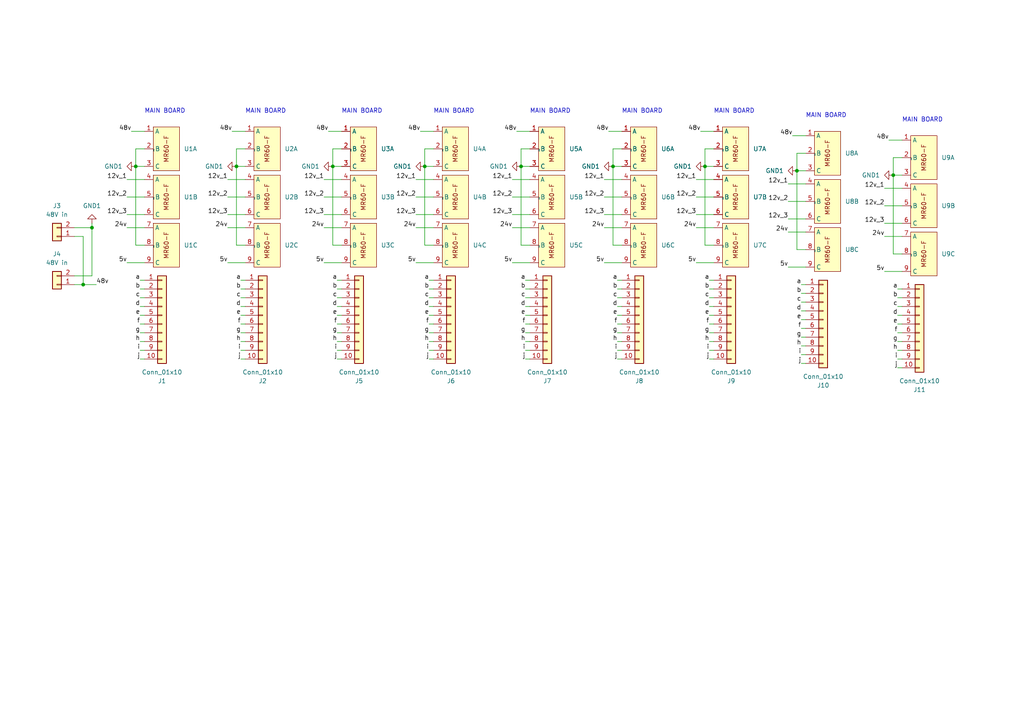
<source format=kicad_sch>
(kicad_sch (version 20230121) (generator eeschema)
  (paper "A4")
  (lib_symbols
    (symbol "2024-backplane:MR60-F_X3"
      (property "Reference" "U" (at 0.3556 9.3726 0))
      (symbol "MR60-F_X3_1_1"
        (rectangle (start -6.35 7.62) (end 6.35 0) (fill (type background)))
        (text "MR60-F\n" (at 0 3.81 0) (effects (font (size 1.27 1.27))))
        (pin bidirectional line (at -5.08 -2.54 90) (length 2.54) (name "A") (number "1"))
        (pin bidirectional line (at 0 -2.54 90) (length 2.54) (name "B") (number "2"))
        (pin bidirectional line (at 5.08 -2.54 90) (length 2.54) (name "C") (number "3"))
      )
      (symbol "MR60-F_X3_2_1"
        (rectangle (start -6.35 7.62) (end 6.35 0) (fill (type background)))
        (text "MR60-F\n" (at 0 3.81 0) (effects (font (size 1.27 1.27))))
        (pin bidirectional line (at -5.08 -2.54 90) (length 2.54) (name "A") (number "4"))
        (pin bidirectional line (at 0 -2.54 90) (length 2.54) (name "B") (number "5"))
        (pin bidirectional line (at 5.08 -2.54 90) (length 2.54) (name "C") (number "6"))
      )
      (symbol "MR60-F_X3_3_1"
        (rectangle (start -6.35 7.62) (end 6.35 0) (fill (type background)))
        (text "MR60-F\n" (at 0 3.81 0) (effects (font (size 1.27 1.27))))
        (pin bidirectional line (at -5.08 -2.54 90) (length 2.54) (name "A") (number "7"))
        (pin bidirectional line (at 0 -2.54 90) (length 2.54) (name "B") (number "8"))
        (pin bidirectional line (at 5.08 -2.54 90) (length 2.54) (name "C") (number "9"))
      )
    )
    (symbol "Connector_Generic:Conn_01x02" (pin_names (offset 1.016) hide)
      (property "Reference" "J" (at 0 2.54 0))
      (property "Value" "Conn_01x02" (at 0 -5.08 0))
      (symbol "Conn_01x02_1_1"
        (rectangle (start -1.27 -2.413) (end 0 -2.667) (stroke (width 0.1524)))
        (rectangle (start -1.27 0.127) (end 0 -0.127) (stroke (width 0.1524)))
        (rectangle (start -1.27 1.27) (end 1.27 -3.81) (stroke (width 0.254)) (fill (type background)))
        (pin passive line (at -5.08 0 0) (length 3.81) (name "Pin_1") (number "1"))
        (pin passive line (at -5.08 -2.54 0) (length 3.81) (name "Pin_2") (number "2"))
      )
    )
    (symbol "Connector_Generic:Conn_01x10" (pin_names (offset 1.016) hide)
      (property "Reference" "J" (at 0 12.7 0))
      (property "Value" "Conn_01x10" (at 0 -15.24 0))
      (symbol "Conn_01x10_1_1"
        (rectangle (start -1.27 -12.573) (end 0 -12.827) (stroke (width 0.1524)))
        (rectangle (start -1.27 -10.033) (end 0 -10.287) (stroke (width 0.1524)))
        (rectangle (start -1.27 -7.493) (end 0 -7.747) (stroke (width 0.1524)))
        (rectangle (start -1.27 -4.953) (end 0 -5.207) (stroke (width 0.1524)))
        (rectangle (start -1.27 -2.413) (end 0 -2.667) (stroke (width 0.1524)))
        (rectangle (start -1.27 0.127) (end 0 -0.127) (stroke (width 0.1524)))
        (rectangle (start -1.27 2.667) (end 0 2.413) (stroke (width 0.1524)))
        (rectangle (start -1.27 5.207) (end 0 4.953) (stroke (width 0.1524)))
        (rectangle (start -1.27 7.747) (end 0 7.493) (stroke (width 0.1524)))
        (rectangle (start -1.27 10.287) (end 0 10.033) (stroke (width 0.1524)))
        (rectangle (start -1.27 11.43) (end 1.27 -13.97) (stroke (width 0.254)) (fill (type background)))
        (pin passive line (at -5.08 10.16 0) (length 3.81) (name "Pin_1") (number "1"))
        (pin passive line (at -5.08 -12.7 0) (length 3.81) (name "Pin_10") (number "10"))
        (pin passive line (at -5.08 7.62 0) (length 3.81) (name "Pin_2") (number "2"))
        (pin passive line (at -5.08 5.08 0) (length 3.81) (name "Pin_3") (number "3"))
        (pin passive line (at -5.08 2.54 0) (length 3.81) (name "Pin_4") (number "4"))
        (pin passive line (at -5.08 0 0) (length 3.81) (name "Pin_5") (number "5"))
        (pin passive line (at -5.08 -2.54 0) (length 3.81) (name "Pin_6") (number "6"))
        (pin passive line (at -5.08 -5.08 0) (length 3.81) (name "Pin_7") (number "7"))
        (pin passive line (at -5.08 -7.62 0) (length 3.81) (name "Pin_8") (number "8"))
        (pin passive line (at -5.08 -10.16 0) (length 3.81) (name "Pin_9") (number "9"))
      )
    )
    (symbol "power:GND1" (power) (pin_names (offset 0))
      (property "Value" "GND1" (at 0 -3.81 0))
      (symbol "GND1_0_1"
        (polyline (pts (xy 0 0) (xy 0 -1.27) (xy 1.27 -1.27) (xy 0 -2.54) (xy -1.27 -1.27) (xy 0 -1.27)))
      )
      (symbol "GND1_1_1"
        (pin power_in line (at 0 0 270) (length 0) hide (name "GND1") (number "1"))
      )
    )
  )
  (junction (at 204.47 48.26))
  (junction (at 26.67 66.04))
  (junction (at 68.58 48.26))
  (junction (at 39.37 48.26))
  (junction (at 259.08 50.8))
  (junction (at 96.52 48.26))
  (junction (at 151.13 48.26))
  (junction (at 123.19 48.26))
  (junction (at 177.8 48.26))
  (junction (at 24.13 82.55))
  (junction (at 231.14 49.53))
  (wire (pts (xy 205.74 96.52) (xy 207.01 96.52)))
  (wire (pts (xy 151.13 48.26) (xy 153.67 48.26)))
  (wire (pts (xy 124.46 99.06) (xy 125.73 99.06)))
  (wire (pts (xy 93.98 66.04) (xy 99.06 66.04)))
  (wire (pts (xy 228.6 58.42) (xy 233.68 58.42)))
  (wire (pts (xy 179.07 99.06) (xy 180.34 99.06)))
  (wire (pts (xy 204.47 71.12) (xy 204.47 48.26)))
  (wire (pts (xy 229.87 39.37) (xy 233.68 39.37)))
  (wire (pts (xy 260.35 104.14) (xy 261.62 104.14)))
  (wire (pts (xy 97.79 88.9) (xy 99.06 88.9)))
  (wire (pts (xy 201.93 57.15) (xy 207.01 57.15)))
  (wire (pts (xy 260.35 106.68) (xy 261.62 106.68)))
  (wire (pts (xy 180.34 71.12) (xy 177.8 71.12)))
  (wire (pts (xy 125.73 43.18) (xy 123.19 43.18)))
  (wire (pts (xy 205.74 99.06) (xy 207.01 99.06)))
  (wire (pts (xy 69.85 81.28) (xy 71.12 81.28)))
  (wire (pts (xy 40.64 101.6) (xy 41.91 101.6)))
  (wire (pts (xy 152.4 93.98) (xy 153.67 93.98)))
  (wire (pts (xy 232.41 92.71) (xy 233.68 92.71)))
  (wire (pts (xy 124.46 91.44) (xy 125.73 91.44)))
  (wire (pts (xy 205.74 93.98) (xy 207.01 93.98)))
  (wire (pts (xy 179.07 91.44) (xy 180.34 91.44)))
  (wire (pts (xy 39.37 48.26) (xy 41.91 48.26)))
  (wire (pts (xy 123.19 48.26) (xy 125.73 48.26)))
  (wire (pts (xy 205.74 81.28) (xy 207.01 81.28)))
  (wire (pts (xy 201.93 66.04) (xy 207.01 66.04)))
  (wire (pts (xy 205.74 88.9) (xy 207.01 88.9)))
  (wire (pts (xy 24.13 68.58) (xy 24.13 82.55)))
  (wire (pts (xy 26.67 64.77) (xy 26.67 66.04)))
  (wire (pts (xy 124.46 83.82) (xy 125.73 83.82)))
  (wire (pts (xy 205.74 91.44) (xy 207.01 91.44)))
  (wire (pts (xy 97.79 83.82) (xy 99.06 83.82)))
  (wire (pts (xy 260.35 91.44) (xy 261.62 91.44)))
  (wire (pts (xy 232.41 105.41) (xy 233.68 105.41)))
  (wire (pts (xy 201.93 52.07) (xy 207.01 52.07)))
  (wire (pts (xy 204.47 48.26) (xy 207.01 48.26)))
  (wire (pts (xy 233.68 72.39) (xy 231.14 72.39)))
  (wire (pts (xy 261.62 45.72) (xy 259.08 45.72)))
  (wire (pts (xy 40.64 99.06) (xy 41.91 99.06)))
  (wire (pts (xy 205.74 86.36) (xy 207.01 86.36)))
  (wire (pts (xy 232.41 85.09) (xy 233.68 85.09)))
  (wire (pts (xy 39.37 71.12) (xy 39.37 48.26)))
  (wire (pts (xy 121.92 38.1) (xy 125.73 38.1)))
  (wire (pts (xy 38.1 38.1) (xy 41.91 38.1)))
  (wire (pts (xy 69.85 101.6) (xy 71.12 101.6)))
  (wire (pts (xy 231.14 44.45) (xy 231.14 49.53)))
  (wire (pts (xy 123.19 43.18) (xy 123.19 48.26)))
  (wire (pts (xy 66.04 57.15) (xy 71.12 57.15)))
  (wire (pts (xy 260.35 86.36) (xy 261.62 86.36)))
  (wire (pts (xy 259.08 50.8) (xy 261.62 50.8)))
  (wire (pts (xy 93.98 62.23) (xy 99.06 62.23)))
  (wire (pts (xy 97.79 101.6) (xy 99.06 101.6)))
  (wire (pts (xy 201.93 62.23) (xy 207.01 62.23)))
  (wire (pts (xy 66.04 52.07) (xy 71.12 52.07)))
  (wire (pts (xy 124.46 81.28) (xy 125.73 81.28)))
  (wire (pts (xy 177.8 43.18) (xy 177.8 48.26)))
  (wire (pts (xy 152.4 99.06) (xy 153.67 99.06)))
  (wire (pts (xy 179.07 104.14) (xy 180.34 104.14)))
  (wire (pts (xy 96.52 43.18) (xy 96.52 48.26)))
  (wire (pts (xy 260.35 93.98) (xy 261.62 93.98)))
  (wire (pts (xy 148.59 62.23) (xy 153.67 62.23)))
  (wire (pts (xy 123.19 71.12) (xy 123.19 48.26)))
  (wire (pts (xy 179.07 86.36) (xy 180.34 86.36)))
  (wire (pts (xy 176.53 38.1) (xy 180.34 38.1)))
  (wire (pts (xy 228.6 63.5) (xy 233.68 63.5)))
  (wire (pts (xy 201.93 76.2) (xy 207.01 76.2)))
  (wire (pts (xy 232.41 97.79) (xy 233.68 97.79)))
  (wire (pts (xy 40.64 81.28) (xy 41.91 81.28)))
  (wire (pts (xy 151.13 71.12) (xy 151.13 48.26)))
  (wire (pts (xy 41.91 43.18) (xy 39.37 43.18)))
  (wire (pts (xy 256.54 78.74) (xy 261.62 78.74)))
  (wire (pts (xy 233.68 44.45) (xy 231.14 44.45)))
  (wire (pts (xy 152.4 83.82) (xy 153.67 83.82)))
  (wire (pts (xy 204.47 43.18) (xy 204.47 48.26)))
  (wire (pts (xy 151.13 43.18) (xy 151.13 48.26)))
  (wire (pts (xy 96.52 48.26) (xy 99.06 48.26)))
  (wire (pts (xy 228.6 67.31) (xy 233.68 67.31)))
  (wire (pts (xy 124.46 104.14) (xy 125.73 104.14)))
  (wire (pts (xy 232.41 100.33) (xy 233.68 100.33)))
  (wire (pts (xy 66.04 76.2) (xy 71.12 76.2)))
  (wire (pts (xy 207.01 43.18) (xy 204.47 43.18)))
  (wire (pts (xy 152.4 96.52) (xy 153.67 96.52)))
  (wire (pts (xy 256.54 64.77) (xy 261.62 64.77)))
  (wire (pts (xy 71.12 43.18) (xy 68.58 43.18)))
  (wire (pts (xy 26.67 80.01) (xy 26.67 66.04)))
  (wire (pts (xy 40.64 96.52) (xy 41.91 96.52)))
  (wire (pts (xy 24.13 82.55) (xy 27.94 82.55)))
  (wire (pts (xy 260.35 83.82) (xy 261.62 83.82)))
  (wire (pts (xy 69.85 91.44) (xy 71.12 91.44)))
  (wire (pts (xy 228.6 77.47) (xy 233.68 77.47)))
  (wire (pts (xy 256.54 59.69) (xy 261.62 59.69)))
  (wire (pts (xy 120.65 76.2) (xy 125.73 76.2)))
  (wire (pts (xy 179.07 101.6) (xy 180.34 101.6)))
  (wire (pts (xy 152.4 88.9) (xy 153.67 88.9)))
  (wire (pts (xy 40.64 93.98) (xy 41.91 93.98)))
  (wire (pts (xy 260.35 88.9) (xy 261.62 88.9)))
  (wire (pts (xy 40.64 86.36) (xy 41.91 86.36)))
  (wire (pts (xy 67.31 38.1) (xy 71.12 38.1)))
  (wire (pts (xy 148.59 52.07) (xy 153.67 52.07)))
  (wire (pts (xy 36.83 66.04) (xy 41.91 66.04)))
  (wire (pts (xy 260.35 101.6) (xy 261.62 101.6)))
  (wire (pts (xy 152.4 101.6) (xy 153.67 101.6)))
  (wire (pts (xy 124.46 88.9) (xy 125.73 88.9)))
  (wire (pts (xy 232.41 95.25) (xy 233.68 95.25)))
  (wire (pts (xy 39.37 43.18) (xy 39.37 48.26)))
  (wire (pts (xy 124.46 93.98) (xy 125.73 93.98)))
  (wire (pts (xy 69.85 83.82) (xy 71.12 83.82)))
  (wire (pts (xy 95.25 38.1) (xy 99.06 38.1)))
  (wire (pts (xy 125.73 71.12) (xy 123.19 71.12)))
  (wire (pts (xy 124.46 86.36) (xy 125.73 86.36)))
  (wire (pts (xy 179.07 93.98) (xy 180.34 93.98)))
  (wire (pts (xy 68.58 48.26) (xy 71.12 48.26)))
  (wire (pts (xy 68.58 71.12) (xy 68.58 48.26)))
  (wire (pts (xy 97.79 96.52) (xy 99.06 96.52)))
  (wire (pts (xy 180.34 43.18) (xy 177.8 43.18)))
  (wire (pts (xy 97.79 99.06) (xy 99.06 99.06)))
  (wire (pts (xy 179.07 83.82) (xy 180.34 83.82)))
  (wire (pts (xy 21.59 68.58) (xy 24.13 68.58)))
  (wire (pts (xy 36.83 57.15) (xy 41.91 57.15)))
  (wire (pts (xy 124.46 96.52) (xy 125.73 96.52)))
  (wire (pts (xy 69.85 96.52) (xy 71.12 96.52)))
  (wire (pts (xy 232.41 87.63) (xy 233.68 87.63)))
  (wire (pts (xy 231.14 49.53) (xy 233.68 49.53)))
  (wire (pts (xy 232.41 102.87) (xy 233.68 102.87)))
  (wire (pts (xy 69.85 88.9) (xy 71.12 88.9)))
  (wire (pts (xy 175.26 52.07) (xy 180.34 52.07)))
  (wire (pts (xy 175.26 76.2) (xy 180.34 76.2)))
  (wire (pts (xy 120.65 66.04) (xy 125.73 66.04)))
  (wire (pts (xy 205.74 104.14) (xy 207.01 104.14)))
  (wire (pts (xy 232.41 82.55) (xy 233.68 82.55)))
  (wire (pts (xy 232.41 90.17) (xy 233.68 90.17)))
  (wire (pts (xy 205.74 101.6) (xy 207.01 101.6)))
  (wire (pts (xy 259.08 45.72) (xy 259.08 50.8)))
  (wire (pts (xy 260.35 96.52) (xy 261.62 96.52)))
  (wire (pts (xy 261.62 73.66) (xy 259.08 73.66)))
  (wire (pts (xy 153.67 71.12) (xy 151.13 71.12)))
  (wire (pts (xy 69.85 93.98) (xy 71.12 93.98)))
  (wire (pts (xy 148.59 66.04) (xy 153.67 66.04)))
  (wire (pts (xy 40.64 83.82) (xy 41.91 83.82)))
  (wire (pts (xy 97.79 93.98) (xy 99.06 93.98)))
  (wire (pts (xy 177.8 48.26) (xy 180.34 48.26)))
  (wire (pts (xy 152.4 81.28) (xy 153.67 81.28)))
  (wire (pts (xy 175.26 62.23) (xy 180.34 62.23)))
  (wire (pts (xy 148.59 76.2) (xy 153.67 76.2)))
  (wire (pts (xy 152.4 86.36) (xy 153.67 86.36)))
  (wire (pts (xy 21.59 80.01) (xy 26.67 80.01)))
  (wire (pts (xy 97.79 81.28) (xy 99.06 81.28)))
  (wire (pts (xy 68.58 43.18) (xy 68.58 48.26)))
  (wire (pts (xy 69.85 99.06) (xy 71.12 99.06)))
  (wire (pts (xy 66.04 66.04) (xy 71.12 66.04)))
  (wire (pts (xy 256.54 68.58) (xy 261.62 68.58)))
  (wire (pts (xy 97.79 91.44) (xy 99.06 91.44)))
  (wire (pts (xy 179.07 96.52) (xy 180.34 96.52)))
  (wire (pts (xy 97.79 104.14) (xy 99.06 104.14)))
  (wire (pts (xy 175.26 57.15) (xy 180.34 57.15)))
  (wire (pts (xy 152.4 91.44) (xy 153.67 91.44)))
  (wire (pts (xy 26.67 66.04) (xy 21.59 66.04)))
  (wire (pts (xy 260.35 99.06) (xy 261.62 99.06)))
  (wire (pts (xy 99.06 71.12) (xy 96.52 71.12)))
  (wire (pts (xy 228.6 53.34) (xy 233.68 53.34)))
  (wire (pts (xy 40.64 88.9) (xy 41.91 88.9)))
  (wire (pts (xy 207.01 71.12) (xy 204.47 71.12)))
  (wire (pts (xy 93.98 52.07) (xy 99.06 52.07)))
  (wire (pts (xy 179.07 88.9) (xy 180.34 88.9)))
  (wire (pts (xy 96.52 71.12) (xy 96.52 48.26)))
  (wire (pts (xy 69.85 104.14) (xy 71.12 104.14)))
  (wire (pts (xy 120.65 57.15) (xy 125.73 57.15)))
  (wire (pts (xy 120.65 52.07) (xy 125.73 52.07)))
  (wire (pts (xy 36.83 76.2) (xy 41.91 76.2)))
  (wire (pts (xy 177.8 71.12) (xy 177.8 48.26)))
  (wire (pts (xy 152.4 104.14) (xy 153.67 104.14)))
  (wire (pts (xy 148.59 57.15) (xy 153.67 57.15)))
  (wire (pts (xy 120.65 62.23) (xy 125.73 62.23)))
  (wire (pts (xy 149.86 38.1) (xy 153.67 38.1)))
  (wire (pts (xy 99.06 43.18) (xy 96.52 43.18)))
  (wire (pts (xy 40.64 104.14) (xy 41.91 104.14)))
  (wire (pts (xy 256.54 54.61) (xy 261.62 54.61)))
  (wire (pts (xy 97.79 86.36) (xy 99.06 86.36)))
  (wire (pts (xy 41.91 71.12) (xy 39.37 71.12)))
  (wire (pts (xy 205.74 83.82) (xy 207.01 83.82)))
  (wire (pts (xy 71.12 71.12) (xy 68.58 71.12)))
  (wire (pts (xy 36.83 62.23) (xy 41.91 62.23)))
  (wire (pts (xy 257.81 40.64) (xy 261.62 40.64)))
  (wire (pts (xy 66.04 62.23) (xy 71.12 62.23)))
  (wire (pts (xy 231.14 72.39) (xy 231.14 49.53)))
  (wire (pts (xy 124.46 101.6) (xy 125.73 101.6)))
  (wire (pts (xy 93.98 76.2) (xy 99.06 76.2)))
  (wire (pts (xy 69.85 86.36) (xy 71.12 86.36)))
  (wire (pts (xy 179.07 81.28) (xy 180.34 81.28)))
  (wire (pts (xy 203.2 38.1) (xy 207.01 38.1)))
  (wire (pts (xy 93.98 57.15) (xy 99.06 57.15)))
  (wire (pts (xy 153.67 43.18) (xy 151.13 43.18)))
  (wire (pts (xy 40.64 91.44) (xy 41.91 91.44)))
  (wire (pts (xy 259.08 73.66) (xy 259.08 50.8)))
  (wire (pts (xy 175.26 66.04) (xy 180.34 66.04)))
  (wire (pts (xy 36.83 52.07) (xy 41.91 52.07)))
  (wire (pts (xy 24.13 82.55) (xy 21.59 82.55)))
  (text "MAIN BOARD" (at 71.12 33.02 0) (effects (font (size 1.27 1.27)) (justify left bottom)))
  (text "MAIN BOARD" (at 233.68 34.29 0) (effects (font (size 1.27 1.27)) (justify left bottom)))
  (text "MAIN BOARD" (at 153.67 33.02 0) (effects (font (size 1.27 1.27)) (justify left bottom)))
  (text "MAIN BOARD" (at 207.01 33.02 0) (effects (font (size 1.27 1.27)) (justify left bottom)))
  (text "MAIN BOARD" (at 125.73 33.02 0) (effects (font (size 1.27 1.27)) (justify left bottom)))
  (text "MAIN BOARD" (at 41.91 33.02 0) (effects (font (size 1.27 1.27)) (justify left bottom)))
  (text "MAIN BOARD" (at 180.34 33.02 0) (effects (font (size 1.27 1.27)) (justify left bottom)))
  (text "MAIN BOARD" (at 99.06 33.02 0) (effects (font (size 1.27 1.27)) (justify left bottom)))
  (text "MAIN BOARD" (at 261.62 35.56 0) (effects (font (size 1.27 1.27)) (justify left bottom)))
  (label "e" (at 232.41 92.71 180))
  (label "24v" (at 66.04 66.04 180))
  (label "j" (at 205.74 104.14 180))
  (label "f" (at 152.4 93.98 180))
  (label "c" (at 152.4 86.36 180))
  (label "f" (at 232.41 95.25 180))
  (label "i" (at 40.64 101.6 180))
  (label "f" (at 260.35 96.52 180))
  (label "c" (at 260.35 88.9 180))
  (label "12v_1" (at 201.93 52.07 180))
  (label "48v" (at 257.81 40.64 180))
  (label "i" (at 124.46 101.6 180))
  (label "12v_3" (at 228.6 63.5 180))
  (label "12v_2" (at 175.26 57.15 180))
  (label "12v_2" (at 256.54 59.69 180))
  (label "b" (at 205.74 83.82 180))
  (label "j" (at 232.41 105.41 180))
  (label "d" (at 40.64 88.9 180))
  (label "j" (at 152.4 104.14 180))
  (label "12v_3" (at 93.98 62.23 180))
  (label "g" (at 40.64 96.52 180))
  (label "12v_2" (at 148.59 57.15 180))
  (label "24v" (at 36.83 66.04 180))
  (label "a" (at 260.35 83.82 180))
  (label "12v_1" (at 66.04 52.07 180))
  (label "d" (at 232.41 90.17 180))
  (label "24v" (at 175.26 66.04 180))
  (label "b" (at 152.4 83.82 180))
  (label "b" (at 124.46 83.82 180))
  (label "48v" (at 176.53 38.1 180))
  (label "f" (at 124.46 93.98 180))
  (label "h" (at 124.46 99.06 180))
  (label "f" (at 179.07 93.98 180))
  (label "i" (at 260.35 104.14 180))
  (label "12v_1" (at 148.59 52.07 180))
  (label "c" (at 232.41 87.63 180))
  (label "12v_3" (at 175.26 62.23 180))
  (label "c" (at 97.79 86.36 180))
  (label "12v_2" (at 66.04 57.15 180))
  (label "g" (at 179.07 96.52 180))
  (label "24v" (at 120.65 66.04 180))
  (label "a" (at 179.07 81.28 180))
  (label "c" (at 124.46 86.36 180))
  (label "a" (at 40.64 81.28 180))
  (label "c" (at 179.07 86.36 180))
  (label "a" (at 124.46 81.28 180))
  (label "24v" (at 201.93 66.04 180))
  (label "i" (at 69.85 101.6 180))
  (label "c" (at 69.85 86.36 180))
  (label "24v" (at 93.98 66.04 180))
  (label "24v" (at 148.59 66.04 180))
  (label "12v_2" (at 201.93 57.15 180))
  (label "g" (at 124.46 96.52 180))
  (label "12v_1" (at 93.98 52.07 180))
  (label "24v" (at 228.6 67.31 180))
  (label "i" (at 179.07 101.6 180))
  (label "b" (at 40.64 83.82 180))
  (label "24v" (at 256.54 68.58 180))
  (label "j" (at 260.35 106.68 180))
  (label "c" (at 205.74 86.36 180))
  (label "12v_2" (at 36.83 57.15 180))
  (label "5v" (at 201.93 76.2 180))
  (label "48v" (at 203.2 38.1 180))
  (label "g" (at 152.4 96.52 180))
  (label "48v" (at 121.92 38.1 180))
  (label "a" (at 69.85 81.28 180))
  (label "5v" (at 120.65 76.2 180))
  (label "j" (at 124.46 104.14 180))
  (label "f" (at 205.74 93.98 180))
  (label "e" (at 205.74 91.44 180))
  (label "12v_1" (at 175.26 52.07 180))
  (label "j" (at 40.64 104.14 180))
  (label "c" (at 40.64 86.36 180))
  (label "12v_1" (at 228.6 53.34 180))
  (label "d" (at 152.4 88.9 180))
  (label "e" (at 152.4 91.44 180))
  (label "12v_3" (at 36.83 62.23 180))
  (label "h" (at 97.79 99.06 180))
  (label "5v" (at 228.6 77.47 180))
  (label "48v" (at 95.25 38.1 180))
  (label "12v_1" (at 36.83 52.07 180))
  (label "b" (at 179.07 83.82 180))
  (label "5v" (at 36.83 76.2 180))
  (label "48v" (at 229.87 39.37 180))
  (label "5v" (at 93.98 76.2 180))
  (label "12v_1" (at 256.54 54.61 180))
  (label "a" (at 152.4 81.28 180))
  (label "e" (at 97.79 91.44 180))
  (label "d" (at 179.07 88.9 180))
  (label "a" (at 205.74 81.28 180))
  (label "12v_2" (at 93.98 57.15 180))
  (label "e" (at 260.35 93.98 180))
  (label "d" (at 260.35 91.44 180))
  (label "j" (at 97.79 104.14 180))
  (label "i" (at 152.4 101.6 180))
  (label "12v_2" (at 228.6 58.42 180))
  (label "48v" (at 149.86 38.1 180))
  (label "d" (at 69.85 88.9 180))
  (label "b" (at 260.35 86.36 180))
  (label "f" (at 69.85 93.98 180))
  (label "b" (at 69.85 83.82 180))
  (label "g" (at 260.35 99.06 180))
  (label "48v" (at 38.1 38.1 180))
  (label "12v_3" (at 66.04 62.23 180))
  (label "e" (at 69.85 91.44 180))
  (label "e" (at 124.46 91.44 180))
  (label "12v_3" (at 201.93 62.23 180))
  (label "e" (at 40.64 91.44 180))
  (label "b" (at 232.41 85.09 180))
  (label "e" (at 179.07 91.44 180))
  (label "h" (at 40.64 99.06 180))
  (label "48v" (at 27.94 82.55 0))
  (label "i" (at 97.79 101.6 180))
  (label "12v_3" (at 120.65 62.23 180))
  (label "j" (at 179.07 104.14 180))
  (label "d" (at 97.79 88.9 180))
  (label "12v_1" (at 120.65 52.07 180))
  (label "j" (at 69.85 104.14 180))
  (label "h" (at 179.07 99.06 180))
  (label "h" (at 232.41 100.33 180))
  (label "d" (at 205.74 88.9 180))
  (label "h" (at 260.35 101.6 180))
  (label "5v" (at 256.54 78.74 180))
  (label "h" (at 205.74 99.06 180))
  (label "g" (at 205.74 96.52 180))
  (label "12v_2" (at 120.65 57.15 180))
  (label "12v_3" (at 256.54 64.77 180))
  (label "b" (at 97.79 83.82 180))
  (label "12v_3" (at 148.59 62.23 180))
  (label "d" (at 124.46 88.9 180))
  (label "i" (at 232.41 102.87 180))
  (label "h" (at 152.4 99.06 180))
  (label "g" (at 232.41 97.79 180))
  (label "a" (at 232.41 82.55 180))
  (label "f" (at 97.79 93.98 180))
  (label "48v" (at 67.31 38.1 180))
  (label "5v" (at 66.04 76.2 180))
  (label "5v" (at 148.59 76.2 180))
  (label "i" (at 205.74 101.6 180))
  (label "g" (at 69.85 96.52 180))
  (label "a" (at 97.79 81.28 180))
  (label "f" (at 40.64 93.98 180))
  (label "5v" (at 175.26 76.2 180))
  (label "h" (at 69.85 99.06 180))
  (label "g" (at 97.79 96.52 180))
  (symbol (lib_id "2024-backplane:MR60-F_X3") (at 236.22 58.42 270) (unit 2)
    (property "Reference" "U8" (at 245.11 58.42 90) (effects (justify left)))
    (property "Value" "~" (at 236.3724 58.7502 0))
    (property "Footprint" "2024-backplane:MR60-F_X3" (effects hide))
  )
  (symbol (lib_id "2024-backplane:MR60-F_X3") (at 156.21 71.12 270) (unit 3)
    (property "Reference" "U5" (at 165.1 71.12 90) (effects (justify left)))
    (property "Value" "~" (at 156.3624 71.4502 0))
    (property "Footprint" "2024-backplane:MR60-F_X3" (effects hide))
  )
  (symbol (lib_id "Connector_Generic:Conn_01x02") (at 16.51 68.58 180) (unit 1)
    (property "Reference" "J3" (at 16.51 59.69 0))
    (property "Value" "48V in" (at 16.51 62.23 0))
    (property "Footprint" "2024-backplane:AMASS_XT90PW-M_MOD_NUMS" (effects hide))
  )
  (symbol (lib_id "Connector_Generic:Conn_01x02") (at 16.51 82.55 180) (unit 1)
    (property "Reference" "J4" (at 16.51 73.66 0))
    (property "Value" "48V in" (at 16.51 76.2 0))
    (property "Footprint" "2024-backplane:AMASS_XT90PW-M_MOD_NUMS" (effects hide))
  )
  (symbol (lib_id "power:GND1") (at 68.58 48.26 270) (unit 1)
    (property "Reference" "#PWR01" (effects hide))
    (property "Value" "GND1" (at 64.77 48.26 90) (effects (justify right)))
  )
  (symbol (lib_id "Connector_Generic:Conn_01x10") (at 158.75 91.44 0) (unit 1)
    (property "Reference" "J7" (at 158.75 110.49 0))
    (property "Value" "Conn_01x10" (at 158.75 107.95 0))
    (property "Footprint" "2024-backplane:EDAC_Edge_2x10" (effects hide))
  )
  (symbol (lib_id "2024-backplane:MR60-F_X3") (at 73.66 43.18 270) (unit 1)
    (property "Reference" "U2" (at 82.55 43.18 90) (effects (justify left)))
    (property "Value" "~" (at 73.8124 43.5102 0))
    (property "Footprint" "2024-backplane:MR60-F_X3" (effects hide))
  )
  (symbol (lib_id "power:GND1") (at 96.52 48.26 270) (unit 1)
    (property "Reference" "#PWR04" (effects hide))
    (property "Value" "GND1" (at 92.71 48.26 90) (effects (justify right)))
  )
  (symbol (lib_id "Connector_Generic:Conn_01x10") (at 46.99 91.44 0) (unit 1)
    (property "Reference" "J1" (at 46.99 110.49 0))
    (property "Value" "Conn_01x10" (at 46.99 107.95 0))
    (property "Footprint" "2024-backplane:EDAC_Edge_2x10" (effects hide))
  )
  (symbol (lib_id "power:GND1") (at 259.08 50.8 270) (unit 1)
    (property "Reference" "#PWR010" (effects hide))
    (property "Value" "GND1" (at 255.27 50.8 90) (effects (justify right)))
  )
  (symbol (lib_id "power:GND1") (at 231.14 49.53 270) (unit 1)
    (property "Reference" "#PWR09" (effects hide))
    (property "Value" "GND1" (at 227.33 49.53 90) (effects (justify right)))
  )
  (symbol (lib_id "2024-backplane:MR60-F_X3") (at 73.66 57.15 270) (unit 2)
    (property "Reference" "U2" (at 82.55 57.15 90) (effects (justify left)))
    (property "Value" "~" (at 73.8124 57.4802 0))
    (property "Footprint" "2024-backplane:MR60-F_X3" (effects hide))
  )
  (symbol (lib_id "power:GND1") (at 39.37 48.26 270) (unit 1)
    (property "Reference" "#PWR03" (effects hide))
    (property "Value" "GND1" (at 35.56 48.26 90) (effects (justify right)))
  )
  (symbol (lib_id "2024-backplane:MR60-F_X3") (at 156.21 43.18 270) (unit 1)
    (property "Reference" "U5" (at 165.1 43.18 90) (effects (justify left)))
    (property "Value" "~" (at 156.3624 43.5102 0))
    (property "Footprint" "2024-backplane:MR60-F_X3" (effects hide))
  )
  (symbol (lib_id "2024-backplane:MR60-F_X3") (at 44.45 71.12 270) (unit 3)
    (property "Reference" "U1" (at 53.34 71.12 90) (effects (justify left)))
    (property "Value" "~" (at 44.6024 71.4502 0))
    (property "Footprint" "2024-backplane:MR60-F_X3" (effects hide))
  )
  (symbol (lib_id "2024-backplane:MR60-F_X3") (at 236.22 44.45 270) (unit 1)
    (property "Reference" "U8" (at 245.11 44.45 90) (effects (justify left)))
    (property "Value" "~" (at 236.3724 44.7802 0))
    (property "Footprint" "2024-backplane:MR60-F_X3" (effects hide))
  )
  (symbol (lib_id "2024-backplane:MR60-F_X3") (at 209.55 43.18 270) (unit 1)
    (property "Reference" "U7" (at 218.44 43.18 90) (effects (justify left)))
    (property "Value" "~" (at 209.7024 43.5102 0))
    (property "Footprint" "2024-backplane:MR60-F_X3" (effects hide))
  )
  (symbol (lib_id "power:GND1") (at 177.8 48.26 270) (unit 1)
    (property "Reference" "#PWR07" (effects hide))
    (property "Value" "GND1" (at 173.99 48.26 90) (effects (justify right)))
  )
  (symbol (lib_id "Connector_Generic:Conn_01x10") (at 212.09 91.44 0) (unit 1)
    (property "Reference" "J9" (at 212.09 110.49 0))
    (property "Value" "Conn_01x10" (at 212.09 107.95 0))
    (property "Footprint" "2024-backplane:EDAC_Edge_2x10" (effects hide))
  )
  (symbol (lib_id "Connector_Generic:Conn_01x10") (at 266.7 93.98 0) (unit 1)
    (property "Reference" "J11" (at 266.7 113.03 0))
    (property "Value" "Conn_01x10" (at 266.7 110.49 0))
    (property "Footprint" "2024-backplane:EDAC_Edge_2x10" (effects hide))
  )
  (symbol (lib_id "2024-backplane:MR60-F_X3") (at 44.45 43.18 270) (unit 1)
    (property "Reference" "U1" (at 53.34 43.18 90) (effects (justify left)))
    (property "Value" "~" (at 44.6024 43.5102 0))
    (property "Footprint" "2024-backplane:MR60-F_X3" (effects hide))
  )
  (symbol (lib_id "2024-backplane:MR60-F_X3") (at 209.55 57.15 270) (unit 2)
    (property "Reference" "U7" (at 218.44 57.15 90) (effects (justify left)))
    (property "Value" "~" (at 209.7024 57.4802 0))
    (property "Footprint" "2024-backplane:MR60-F_X3" (effects hide))
  )
  (symbol (lib_id "2024-backplane:MR60-F_X3") (at 264.16 73.66 270) (unit 3)
    (property "Reference" "U9" (at 273.05 73.66 90) (effects (justify left)))
    (property "Value" "~" (at 264.3124 73.9902 0))
    (property "Footprint" "2024-backplane:MR60-F_X3" (effects hide))
  )
  (symbol (lib_id "2024-backplane:MR60-F_X3") (at 128.27 43.18 270) (unit 1)
    (property "Reference" "U4" (at 137.16 43.18 90) (effects (justify left)))
    (property "Value" "~" (at 128.4224 43.5102 0))
    (property "Footprint" "2024-backplane:MR60-F_X3" (effects hide))
  )
  (symbol (lib_id "Connector_Generic:Conn_01x10") (at 130.81 91.44 0) (unit 1)
    (property "Reference" "J6" (at 130.81 110.49 0))
    (property "Value" "Conn_01x10" (at 130.81 107.95 0))
    (property "Footprint" "2024-backplane:EDAC_Edge_2x10" (effects hide))
  )
  (symbol (lib_id "2024-backplane:MR60-F_X3") (at 264.16 45.72 270) (unit 1)
    (property "Reference" "U9" (at 273.05 45.72 90) (effects (justify left)))
    (property "Value" "~" (at 264.3124 46.0502 0))
    (property "Footprint" "2024-backplane:MR60-F_X3" (effects hide))
  )
  (symbol (lib_id "2024-backplane:MR60-F_X3") (at 101.6 71.12 270) (unit 3)
    (property "Reference" "U3" (at 110.49 71.12 90) (effects (justify left)))
    (property "Value" "~" (at 101.7524 71.4502 0))
    (property "Footprint" "2024-backplane:MR60-F_X3" (effects hide))
  )
  (symbol (lib_id "power:GND1") (at 151.13 48.26 270) (unit 1)
    (property "Reference" "#PWR06" (effects hide))
    (property "Value" "GND1" (at 147.32 48.26 90) (effects (justify right)))
  )
  (symbol (lib_id "2024-backplane:MR60-F_X3") (at 44.45 57.15 270) (unit 2)
    (property "Reference" "U1" (at 53.34 57.15 90) (effects (justify left)))
    (property "Value" "~" (at 44.6024 57.4802 0))
    (property "Footprint" "2024-backplane:MR60-F_X3" (effects hide))
  )
  (symbol (lib_id "Connector_Generic:Conn_01x10") (at 185.42 91.44 0) (unit 1)
    (property "Reference" "J8" (at 185.42 110.49 0))
    (property "Value" "Conn_01x10" (at 185.42 107.95 0))
    (property "Footprint" "2024-backplane:EDAC_Edge_2x10" (effects hide))
  )
  (symbol (lib_id "2024-backplane:MR60-F_X3") (at 264.16 59.69 270) (unit 2)
    (property "Reference" "U9" (at 273.05 59.69 90) (effects (justify left)))
    (property "Value" "~" (at 264.3124 60.0202 0))
    (property "Footprint" "2024-backplane:MR60-F_X3" (effects hide))
  )
  (symbol (lib_id "2024-backplane:MR60-F_X3") (at 209.55 71.12 270) (unit 3)
    (property "Reference" "U7" (at 218.44 71.12 90) (effects (justify left)))
    (property "Value" "~" (at 209.7024 71.4502 0))
    (property "Footprint" "2024-backplane:MR60-F_X3" (effects hide))
  )
  (symbol (lib_id "Connector_Generic:Conn_01x10") (at 104.14 91.44 0) (unit 1)
    (property "Reference" "J5" (at 104.14 110.49 0))
    (property "Value" "Conn_01x10" (at 104.14 107.95 0))
    (property "Footprint" "2024-backplane:EDAC_Edge_2x10" (effects hide))
  )
  (symbol (lib_id "2024-backplane:MR60-F_X3") (at 182.88 57.15 270) (unit 2)
    (property "Reference" "U6" (at 191.77 57.15 90) (effects (justify left)))
    (property "Value" "~" (at 183.0324 57.4802 0))
    (property "Footprint" "2024-backplane:MR60-F_X3" (effects hide))
  )
  (symbol (lib_id "power:GND1") (at 123.19 48.26 270) (unit 1)
    (property "Reference" "#PWR05" (effects hide))
    (property "Value" "GND1" (at 119.38 48.26 90) (effects (justify right)))
  )
  (symbol (lib_id "power:GND1") (at 204.47 48.26 270) (unit 1)
    (property "Reference" "#PWR08" (effects hide))
    (property "Value" "GND1" (at 200.66 48.26 90) (effects (justify right)))
  )
  (symbol (lib_id "Connector_Generic:Conn_01x10") (at 238.76 92.71 0) (unit 1)
    (property "Reference" "J10" (at 238.76 111.76 0))
    (property "Value" "Conn_01x10" (at 238.76 109.22 0))
    (property "Footprint" "2024-backplane:EDAC_Edge_2x10" (effects hide))
  )
  (symbol (lib_id "2024-backplane:MR60-F_X3") (at 128.27 71.12 270) (unit 3)
    (property "Reference" "U4" (at 137.16 71.12 90) (effects (justify left)))
    (property "Value" "~" (at 128.4224 71.4502 0))
    (property "Footprint" "2024-backplane:MR60-F_X3" (effects hide))
  )
  (symbol (lib_id "2024-backplane:MR60-F_X3") (at 156.21 57.15 270) (unit 2)
    (property "Reference" "U5" (at 165.1 57.15 90) (effects (justify left)))
    (property "Value" "~" (at 156.3624 57.4802 0))
    (property "Footprint" "2024-backplane:MR60-F_X3" (effects hide))
  )
  (symbol (lib_id "2024-backplane:MR60-F_X3") (at 101.6 43.18 270) (unit 1)
    (property "Reference" "U3" (at 110.49 43.18 90) (effects (justify left)))
    (property "Value" "~" (at 101.7524 43.5102 0))
    (property "Footprint" "2024-backplane:MR60-F_X3" (effects hide))
  )
  (symbol (lib_id "2024-backplane:MR60-F_X3") (at 101.6 57.15 270) (unit 2)
    (property "Reference" "U3" (at 110.49 57.15 90) (effects (justify left)))
    (property "Value" "~" (at 101.7524 57.4802 0))
    (property "Footprint" "2024-backplane:MR60-F_X3" (effects hide))
  )
  (symbol (lib_id "2024-backplane:MR60-F_X3") (at 73.66 71.12 270) (unit 3)
    (property "Reference" "U2" (at 82.55 71.12 90) (effects (justify left)))
    (property "Value" "~" (at 73.8124 71.4502 0))
    (property "Footprint" "2024-backplane:MR60-F_X3" (effects hide))
  )
  (symbol (lib_id "2024-backplane:MR60-F_X3") (at 236.22 72.39 270) (unit 3)
    (property "Reference" "U8" (at 245.11 72.39 90) (effects (justify left)))
    (property "Value" "~" (at 236.3724 72.7202 0))
    (property "Footprint" "2024-backplane:MR60-F_X3" (effects hide))
  )
  (symbol (lib_id "2024-backplane:MR60-F_X3") (at 128.27 57.15 270) (unit 2)
    (property "Reference" "U4" (at 137.16 57.15 90) (effects (justify left)))
    (property "Value" "~" (at 128.4224 57.4802 0))
    (property "Footprint" "2024-backplane:MR60-F_X3" (effects hide))
  )
  (symbol (lib_id "2024-backplane:MR60-F_X3") (at 182.88 71.12 270) (unit 3)
    (property "Reference" "U6" (at 191.77 71.12 90) (effects (justify left)))
    (property "Value" "~" (at 183.0324 71.4502 0))
    (property "Footprint" "2024-backplane:MR60-F_X3" (effects hide))
  )
  (symbol (lib_id "Connector_Generic:Conn_01x10") (at 76.2 91.44 0) (unit 1)
    (property "Reference" "J2" (at 76.2 110.49 0))
    (property "Value" "Conn_01x10" (at 76.2 107.95 0))
    (property "Footprint" "2024-backplane:EDAC_Edge_2x10" (effects hide))
  )
  (symbol (lib_id "power:GND1") (at 26.67 64.77 180) (unit 1)
    (property "Reference" "#PWR02" (effects hide))
    (property "Value" "GND1" (at 26.67 59.69 0))
  )
  (symbol (lib_id "2024-backplane:MR60-F_X3") (at 182.88 43.18 270) (unit 1)
    (property "Reference" "U6" (at 191.77 43.18 90) (effects (justify left)))
    (property "Value" "~" (at 183.0324 43.5102 0))
    (property "Footprint" "2024-backplane:MR60-F_X3" (effects hide))
  )
)
</source>
